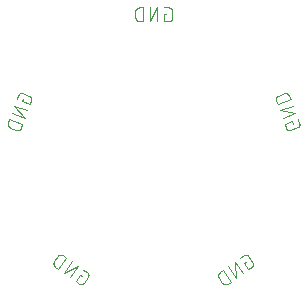
<source format=gbr>
G04 EAGLE Gerber RS-274X export*
G75*
%MOMM*%
%FSLAX34Y34*%
%LPD*%
%INSilkscreen Bottom*%
%IPPOS*%
%AMOC8*
5,1,8,0,0,1.08239X$1,22.5*%
G01*
%ADD10C,0.101600*%


D10*
X357094Y466149D02*
X355146Y466149D01*
X355146Y459658D01*
X359041Y459658D01*
X359140Y459660D01*
X359240Y459666D01*
X359339Y459675D01*
X359437Y459688D01*
X359535Y459705D01*
X359633Y459726D01*
X359729Y459751D01*
X359824Y459779D01*
X359918Y459811D01*
X360011Y459846D01*
X360103Y459885D01*
X360193Y459928D01*
X360281Y459973D01*
X360368Y460023D01*
X360452Y460075D01*
X360535Y460131D01*
X360615Y460189D01*
X360693Y460251D01*
X360768Y460316D01*
X360841Y460384D01*
X360911Y460454D01*
X360979Y460527D01*
X361044Y460602D01*
X361106Y460680D01*
X361164Y460760D01*
X361220Y460843D01*
X361272Y460927D01*
X361322Y461014D01*
X361367Y461102D01*
X361410Y461192D01*
X361449Y461284D01*
X361484Y461377D01*
X361516Y461471D01*
X361544Y461566D01*
X361569Y461662D01*
X361590Y461760D01*
X361607Y461858D01*
X361620Y461956D01*
X361629Y462055D01*
X361635Y462155D01*
X361637Y462254D01*
X361638Y462254D02*
X361638Y468746D01*
X361637Y468746D02*
X361635Y468845D01*
X361629Y468945D01*
X361620Y469044D01*
X361607Y469142D01*
X361590Y469240D01*
X361569Y469338D01*
X361544Y469434D01*
X361516Y469529D01*
X361484Y469623D01*
X361449Y469716D01*
X361410Y469808D01*
X361367Y469898D01*
X361322Y469986D01*
X361272Y470073D01*
X361220Y470157D01*
X361164Y470240D01*
X361106Y470320D01*
X361044Y470398D01*
X360979Y470473D01*
X360911Y470546D01*
X360841Y470616D01*
X360768Y470684D01*
X360693Y470749D01*
X360615Y470811D01*
X360535Y470869D01*
X360452Y470925D01*
X360368Y470977D01*
X360281Y471027D01*
X360193Y471072D01*
X360103Y471115D01*
X360011Y471154D01*
X359918Y471189D01*
X359824Y471221D01*
X359729Y471249D01*
X359633Y471274D01*
X359535Y471295D01*
X359437Y471312D01*
X359339Y471325D01*
X359240Y471334D01*
X359140Y471340D01*
X359041Y471342D01*
X355146Y471342D01*
X349446Y471342D02*
X349446Y459658D01*
X342954Y459658D02*
X349446Y471342D01*
X342954Y471342D02*
X342954Y459658D01*
X337254Y459658D02*
X337254Y471342D01*
X334008Y471342D01*
X333895Y471340D01*
X333782Y471334D01*
X333669Y471324D01*
X333556Y471310D01*
X333444Y471293D01*
X333333Y471271D01*
X333223Y471246D01*
X333113Y471216D01*
X333005Y471183D01*
X332898Y471146D01*
X332792Y471106D01*
X332688Y471061D01*
X332585Y471013D01*
X332484Y470962D01*
X332385Y470907D01*
X332288Y470849D01*
X332193Y470787D01*
X332100Y470722D01*
X332010Y470654D01*
X331922Y470583D01*
X331836Y470508D01*
X331753Y470431D01*
X331673Y470351D01*
X331596Y470268D01*
X331521Y470182D01*
X331450Y470094D01*
X331382Y470004D01*
X331317Y469911D01*
X331255Y469816D01*
X331197Y469719D01*
X331142Y469620D01*
X331091Y469519D01*
X331043Y469416D01*
X330998Y469312D01*
X330958Y469206D01*
X330921Y469099D01*
X330888Y468991D01*
X330858Y468881D01*
X330833Y468771D01*
X330811Y468660D01*
X330794Y468548D01*
X330780Y468435D01*
X330770Y468322D01*
X330764Y468209D01*
X330762Y468096D01*
X330762Y462904D01*
X330764Y462791D01*
X330770Y462678D01*
X330780Y462565D01*
X330794Y462452D01*
X330811Y462340D01*
X330833Y462229D01*
X330858Y462119D01*
X330888Y462009D01*
X330921Y461901D01*
X330958Y461794D01*
X330998Y461688D01*
X331043Y461584D01*
X331091Y461481D01*
X331142Y461380D01*
X331197Y461281D01*
X331255Y461184D01*
X331317Y461089D01*
X331382Y460996D01*
X331450Y460906D01*
X331521Y460818D01*
X331596Y460732D01*
X331673Y460649D01*
X331753Y460569D01*
X331836Y460492D01*
X331922Y460417D01*
X332010Y460346D01*
X332100Y460278D01*
X332193Y460213D01*
X332288Y460151D01*
X332385Y460093D01*
X332484Y460038D01*
X332585Y459987D01*
X332688Y459939D01*
X332792Y459894D01*
X332898Y459854D01*
X333005Y459817D01*
X333113Y459784D01*
X333223Y459754D01*
X333333Y459729D01*
X333444Y459707D01*
X333556Y459690D01*
X333669Y459676D01*
X333782Y459666D01*
X333895Y459660D01*
X334008Y459658D01*
X337254Y459658D01*
X463370Y374915D02*
X464036Y373085D01*
X463370Y374915D02*
X457270Y372695D01*
X458602Y369035D01*
X458603Y369035D02*
X458638Y368942D01*
X458678Y368851D01*
X458720Y368761D01*
X458767Y368673D01*
X458816Y368587D01*
X458869Y368503D01*
X458925Y368420D01*
X458984Y368340D01*
X459046Y368263D01*
X459111Y368188D01*
X459179Y368115D01*
X459250Y368045D01*
X459323Y367978D01*
X459399Y367913D01*
X459477Y367852D01*
X459558Y367793D01*
X459640Y367738D01*
X459725Y367686D01*
X459812Y367637D01*
X459900Y367592D01*
X459990Y367550D01*
X460082Y367511D01*
X460175Y367476D01*
X460269Y367445D01*
X460365Y367417D01*
X460461Y367393D01*
X460559Y367372D01*
X460657Y367356D01*
X460755Y367343D01*
X460854Y367334D01*
X460954Y367329D01*
X461053Y367327D01*
X461153Y367329D01*
X461252Y367335D01*
X461351Y367345D01*
X461449Y367359D01*
X461547Y367377D01*
X461644Y367398D01*
X461741Y367423D01*
X461836Y367451D01*
X461930Y367484D01*
X461930Y367483D02*
X468030Y369703D01*
X468030Y369704D02*
X468123Y369739D01*
X468214Y369779D01*
X468304Y369821D01*
X468392Y369868D01*
X468478Y369917D01*
X468562Y369970D01*
X468645Y370026D01*
X468725Y370085D01*
X468802Y370147D01*
X468877Y370212D01*
X468950Y370280D01*
X469020Y370351D01*
X469087Y370424D01*
X469152Y370500D01*
X469213Y370578D01*
X469272Y370659D01*
X469327Y370741D01*
X469379Y370826D01*
X469428Y370913D01*
X469473Y371001D01*
X469515Y371091D01*
X469554Y371183D01*
X469589Y371276D01*
X469620Y371370D01*
X469648Y371466D01*
X469672Y371562D01*
X469693Y371660D01*
X469709Y371758D01*
X469722Y371856D01*
X469731Y371955D01*
X469736Y372055D01*
X469738Y372154D01*
X469736Y372253D01*
X469730Y372353D01*
X469720Y372452D01*
X469706Y372550D01*
X469688Y372648D01*
X469667Y372745D01*
X469642Y372842D01*
X469614Y372937D01*
X469581Y373031D01*
X469582Y373031D02*
X468250Y376691D01*
X466300Y382048D02*
X455320Y378052D01*
X453100Y384152D02*
X466300Y382048D01*
X464080Y388148D02*
X453100Y384152D01*
X451151Y389509D02*
X462130Y393505D01*
X461020Y396555D01*
X460980Y396661D01*
X460935Y396765D01*
X460887Y396868D01*
X460836Y396969D01*
X460781Y397068D01*
X460723Y397165D01*
X460661Y397260D01*
X460596Y397353D01*
X460528Y397443D01*
X460457Y397531D01*
X460382Y397617D01*
X460305Y397700D01*
X460225Y397780D01*
X460142Y397857D01*
X460056Y397932D01*
X459968Y398003D01*
X459878Y398071D01*
X459785Y398136D01*
X459690Y398198D01*
X459593Y398256D01*
X459494Y398311D01*
X459393Y398362D01*
X459290Y398410D01*
X459186Y398455D01*
X459080Y398495D01*
X458973Y398532D01*
X458865Y398565D01*
X458755Y398595D01*
X458645Y398620D01*
X458534Y398642D01*
X458422Y398659D01*
X458309Y398673D01*
X458196Y398683D01*
X458083Y398689D01*
X457970Y398691D01*
X457857Y398689D01*
X457744Y398683D01*
X457631Y398673D01*
X457518Y398659D01*
X457406Y398642D01*
X457295Y398620D01*
X457185Y398595D01*
X457075Y398565D01*
X456967Y398532D01*
X456860Y398495D01*
X456860Y398494D02*
X451980Y396718D01*
X451980Y396719D02*
X451874Y396679D01*
X451770Y396634D01*
X451667Y396586D01*
X451566Y396535D01*
X451467Y396480D01*
X451370Y396422D01*
X451275Y396360D01*
X451182Y396295D01*
X451092Y396227D01*
X451004Y396156D01*
X450918Y396081D01*
X450835Y396004D01*
X450755Y395924D01*
X450678Y395841D01*
X450603Y395755D01*
X450532Y395667D01*
X450464Y395577D01*
X450399Y395484D01*
X450337Y395389D01*
X450279Y395292D01*
X450224Y395193D01*
X450173Y395092D01*
X450125Y394989D01*
X450080Y394885D01*
X450040Y394779D01*
X450003Y394672D01*
X449970Y394564D01*
X449940Y394454D01*
X449915Y394344D01*
X449893Y394233D01*
X449876Y394121D01*
X449862Y394008D01*
X449852Y393895D01*
X449846Y393782D01*
X449844Y393669D01*
X449846Y393556D01*
X449852Y393443D01*
X449862Y393330D01*
X449876Y393217D01*
X449893Y393105D01*
X449915Y392994D01*
X449940Y392884D01*
X449970Y392774D01*
X450003Y392666D01*
X450040Y392559D01*
X450041Y392559D02*
X451151Y389509D01*
X424089Y255972D02*
X422494Y254855D01*
X426217Y249538D01*
X429408Y251772D01*
X429407Y251772D02*
X429487Y251831D01*
X429565Y251893D01*
X429641Y251957D01*
X429714Y252025D01*
X429785Y252095D01*
X429852Y252168D01*
X429917Y252243D01*
X429979Y252321D01*
X430038Y252401D01*
X430094Y252483D01*
X430147Y252568D01*
X430196Y252654D01*
X430242Y252742D01*
X430285Y252832D01*
X430324Y252923D01*
X430359Y253016D01*
X430391Y253110D01*
X430420Y253206D01*
X430444Y253302D01*
X430465Y253399D01*
X430483Y253497D01*
X430496Y253596D01*
X430506Y253695D01*
X430512Y253794D01*
X430514Y253893D01*
X430512Y253993D01*
X430507Y254092D01*
X430497Y254191D01*
X430484Y254290D01*
X430468Y254388D01*
X430447Y254485D01*
X430423Y254582D01*
X430395Y254677D01*
X430363Y254771D01*
X430328Y254864D01*
X430289Y254956D01*
X430247Y255046D01*
X430201Y255134D01*
X430152Y255221D01*
X430100Y255305D01*
X430045Y255388D01*
X426322Y260705D01*
X426263Y260785D01*
X426201Y260863D01*
X426137Y260939D01*
X426069Y261012D01*
X425999Y261083D01*
X425926Y261150D01*
X425851Y261215D01*
X425773Y261277D01*
X425693Y261336D01*
X425611Y261392D01*
X425526Y261445D01*
X425440Y261494D01*
X425352Y261540D01*
X425262Y261583D01*
X425171Y261622D01*
X425078Y261657D01*
X424984Y261689D01*
X424888Y261718D01*
X424792Y261742D01*
X424695Y261763D01*
X424597Y261781D01*
X424498Y261794D01*
X424399Y261804D01*
X424300Y261810D01*
X424201Y261812D01*
X424101Y261810D01*
X424002Y261805D01*
X423903Y261796D01*
X423804Y261782D01*
X423706Y261766D01*
X423609Y261745D01*
X423512Y261721D01*
X423417Y261693D01*
X423323Y261661D01*
X423230Y261626D01*
X423138Y261587D01*
X423048Y261545D01*
X422960Y261499D01*
X422873Y261450D01*
X422789Y261398D01*
X422706Y261343D01*
X419516Y259109D01*
X414846Y255839D02*
X421547Y246268D01*
X416230Y242545D02*
X414846Y255839D01*
X409529Y252116D02*
X416230Y242545D01*
X411560Y239275D02*
X404859Y248846D01*
X402200Y246984D01*
X402200Y246985D02*
X402109Y246918D01*
X402019Y246849D01*
X401932Y246776D01*
X401848Y246700D01*
X401767Y246621D01*
X401688Y246540D01*
X401612Y246456D01*
X401539Y246369D01*
X401470Y246280D01*
X401403Y246188D01*
X401340Y246094D01*
X401280Y245998D01*
X401223Y245900D01*
X401170Y245800D01*
X401120Y245698D01*
X401074Y245594D01*
X401032Y245489D01*
X400993Y245383D01*
X400958Y245275D01*
X400927Y245166D01*
X400899Y245056D01*
X400876Y244945D01*
X400856Y244834D01*
X400840Y244722D01*
X400828Y244609D01*
X400820Y244496D01*
X400816Y244383D01*
X400816Y244269D01*
X400820Y244156D01*
X400828Y244043D01*
X400840Y243930D01*
X400856Y243818D01*
X400876Y243707D01*
X400899Y243596D01*
X400927Y243486D01*
X400958Y243377D01*
X400993Y243269D01*
X401032Y243163D01*
X401074Y243058D01*
X401120Y242954D01*
X401170Y242852D01*
X401223Y242752D01*
X401280Y242654D01*
X401340Y242558D01*
X401403Y242464D01*
X404382Y238210D01*
X404381Y238210D02*
X404448Y238119D01*
X404517Y238029D01*
X404590Y237942D01*
X404666Y237858D01*
X404745Y237777D01*
X404826Y237698D01*
X404910Y237622D01*
X404997Y237549D01*
X405087Y237480D01*
X405178Y237413D01*
X405272Y237350D01*
X405368Y237290D01*
X405466Y237233D01*
X405566Y237180D01*
X405668Y237130D01*
X405772Y237084D01*
X405877Y237042D01*
X405983Y237003D01*
X406091Y236968D01*
X406200Y236937D01*
X406310Y236909D01*
X406421Y236886D01*
X406532Y236866D01*
X406644Y236850D01*
X406757Y236838D01*
X406870Y236830D01*
X406983Y236826D01*
X407097Y236826D01*
X407210Y236830D01*
X407323Y236838D01*
X407436Y236850D01*
X407548Y236866D01*
X407659Y236886D01*
X407770Y236909D01*
X407880Y236937D01*
X407989Y236968D01*
X408097Y237003D01*
X408203Y237042D01*
X408308Y237084D01*
X408412Y237130D01*
X408514Y237180D01*
X408614Y237233D01*
X408712Y237290D01*
X408808Y237350D01*
X408902Y237413D01*
X411560Y239275D01*
X285396Y243983D02*
X283801Y245100D01*
X280078Y239783D01*
X283268Y237549D01*
X283351Y237494D01*
X283435Y237442D01*
X283522Y237393D01*
X283610Y237347D01*
X283700Y237305D01*
X283792Y237266D01*
X283885Y237231D01*
X283979Y237199D01*
X284074Y237171D01*
X284171Y237147D01*
X284268Y237126D01*
X284366Y237110D01*
X284465Y237096D01*
X284564Y237087D01*
X284663Y237082D01*
X284763Y237080D01*
X284862Y237082D01*
X284961Y237088D01*
X285060Y237098D01*
X285159Y237111D01*
X285257Y237129D01*
X285354Y237150D01*
X285450Y237174D01*
X285546Y237203D01*
X285640Y237235D01*
X285733Y237270D01*
X285824Y237309D01*
X285914Y237352D01*
X286002Y237398D01*
X286088Y237447D01*
X286173Y237500D01*
X286255Y237556D01*
X286335Y237615D01*
X286413Y237677D01*
X286488Y237742D01*
X286561Y237809D01*
X286631Y237880D01*
X286699Y237953D01*
X286763Y238029D01*
X286825Y238107D01*
X286884Y238187D01*
X290607Y243504D01*
X290662Y243587D01*
X290714Y243671D01*
X290763Y243758D01*
X290809Y243846D01*
X290851Y243936D01*
X290890Y244028D01*
X290925Y244121D01*
X290957Y244215D01*
X290985Y244310D01*
X291009Y244407D01*
X291030Y244504D01*
X291046Y244602D01*
X291060Y244701D01*
X291069Y244800D01*
X291074Y244899D01*
X291076Y244999D01*
X291074Y245098D01*
X291068Y245197D01*
X291058Y245296D01*
X291045Y245395D01*
X291027Y245493D01*
X291006Y245590D01*
X290982Y245686D01*
X290953Y245782D01*
X290921Y245876D01*
X290886Y245969D01*
X290847Y246060D01*
X290804Y246150D01*
X290758Y246238D01*
X290709Y246324D01*
X290656Y246409D01*
X290600Y246491D01*
X290541Y246571D01*
X290479Y246649D01*
X290414Y246724D01*
X290347Y246797D01*
X290276Y246867D01*
X290203Y246935D01*
X290127Y246999D01*
X290049Y247061D01*
X289969Y247120D01*
X289970Y247120D02*
X286779Y249354D01*
X282110Y252624D02*
X275408Y243053D01*
X270091Y246776D02*
X282110Y252624D01*
X276792Y256347D02*
X270091Y246776D01*
X265421Y250046D02*
X272122Y259617D01*
X269464Y261478D01*
X269464Y261479D02*
X269370Y261542D01*
X269274Y261602D01*
X269176Y261659D01*
X269076Y261712D01*
X268974Y261762D01*
X268870Y261808D01*
X268765Y261850D01*
X268659Y261889D01*
X268551Y261924D01*
X268442Y261955D01*
X268332Y261983D01*
X268221Y262006D01*
X268110Y262026D01*
X267998Y262042D01*
X267885Y262054D01*
X267772Y262062D01*
X267659Y262066D01*
X267545Y262066D01*
X267432Y262062D01*
X267319Y262054D01*
X267206Y262042D01*
X267094Y262026D01*
X266983Y262006D01*
X266872Y261983D01*
X266762Y261955D01*
X266653Y261924D01*
X266545Y261889D01*
X266439Y261850D01*
X266334Y261808D01*
X266230Y261762D01*
X266128Y261712D01*
X266028Y261659D01*
X265930Y261602D01*
X265834Y261542D01*
X265740Y261479D01*
X265649Y261412D01*
X265559Y261343D01*
X265472Y261270D01*
X265388Y261194D01*
X265307Y261115D01*
X265228Y261034D01*
X265152Y260950D01*
X265079Y260863D01*
X265010Y260774D01*
X264943Y260682D01*
X264944Y260681D02*
X261965Y256428D01*
X261902Y256334D01*
X261842Y256238D01*
X261785Y256140D01*
X261732Y256040D01*
X261682Y255938D01*
X261636Y255834D01*
X261594Y255729D01*
X261555Y255623D01*
X261520Y255515D01*
X261489Y255406D01*
X261461Y255296D01*
X261438Y255185D01*
X261418Y255074D01*
X261402Y254962D01*
X261390Y254849D01*
X261382Y254736D01*
X261378Y254623D01*
X261378Y254509D01*
X261382Y254396D01*
X261390Y254283D01*
X261402Y254170D01*
X261418Y254058D01*
X261438Y253947D01*
X261461Y253836D01*
X261489Y253726D01*
X261520Y253617D01*
X261555Y253509D01*
X261594Y253403D01*
X261636Y253298D01*
X261682Y253194D01*
X261732Y253092D01*
X261785Y252992D01*
X261842Y252894D01*
X261902Y252798D01*
X261965Y252704D01*
X262032Y252612D01*
X262101Y252523D01*
X262174Y252436D01*
X262250Y252352D01*
X262329Y252271D01*
X262410Y252192D01*
X262494Y252116D01*
X262581Y252043D01*
X262671Y251974D01*
X262762Y251907D01*
X265421Y250046D01*
X235150Y391729D02*
X235816Y393559D01*
X235150Y391729D02*
X241250Y389509D01*
X242582Y393169D01*
X242581Y393169D02*
X242614Y393263D01*
X242642Y393358D01*
X242667Y393455D01*
X242688Y393552D01*
X242706Y393650D01*
X242720Y393748D01*
X242730Y393847D01*
X242736Y393947D01*
X242738Y394046D01*
X242736Y394145D01*
X242731Y394245D01*
X242722Y394344D01*
X242709Y394442D01*
X242693Y394540D01*
X242672Y394638D01*
X242648Y394734D01*
X242620Y394830D01*
X242589Y394924D01*
X242554Y395017D01*
X242515Y395109D01*
X242473Y395199D01*
X242428Y395287D01*
X242379Y395374D01*
X242327Y395459D01*
X242272Y395541D01*
X242213Y395622D01*
X242152Y395700D01*
X242087Y395776D01*
X242020Y395849D01*
X241950Y395920D01*
X241877Y395988D01*
X241802Y396053D01*
X241725Y396115D01*
X241645Y396174D01*
X241562Y396230D01*
X241478Y396283D01*
X241392Y396332D01*
X241304Y396379D01*
X241214Y396421D01*
X241123Y396461D01*
X241030Y396496D01*
X234930Y398716D01*
X234930Y398717D02*
X234836Y398750D01*
X234741Y398778D01*
X234644Y398803D01*
X234547Y398824D01*
X234449Y398842D01*
X234351Y398856D01*
X234252Y398866D01*
X234153Y398872D01*
X234053Y398874D01*
X233954Y398872D01*
X233854Y398867D01*
X233755Y398858D01*
X233657Y398845D01*
X233558Y398829D01*
X233461Y398808D01*
X233365Y398784D01*
X233269Y398756D01*
X233175Y398725D01*
X233081Y398690D01*
X232990Y398651D01*
X232900Y398609D01*
X232811Y398564D01*
X232724Y398515D01*
X232640Y398463D01*
X232557Y398408D01*
X232476Y398349D01*
X232398Y398288D01*
X232322Y398223D01*
X232249Y398156D01*
X232179Y398086D01*
X232111Y398013D01*
X232046Y397938D01*
X231983Y397860D01*
X231924Y397780D01*
X231868Y397698D01*
X231815Y397614D01*
X231766Y397527D01*
X231720Y397439D01*
X231677Y397349D01*
X231637Y397258D01*
X231602Y397165D01*
X230270Y393505D01*
X228320Y388148D02*
X239300Y384152D01*
X237080Y378052D02*
X228320Y388148D01*
X226100Y382048D02*
X237080Y378052D01*
X235130Y372695D02*
X224151Y376691D01*
X223041Y373641D01*
X223040Y373641D02*
X223003Y373534D01*
X222970Y373426D01*
X222940Y373316D01*
X222915Y373206D01*
X222893Y373095D01*
X222876Y372983D01*
X222862Y372870D01*
X222852Y372757D01*
X222846Y372644D01*
X222844Y372531D01*
X222846Y372418D01*
X222852Y372305D01*
X222862Y372192D01*
X222876Y372079D01*
X222893Y371967D01*
X222915Y371856D01*
X222940Y371746D01*
X222970Y371636D01*
X223003Y371528D01*
X223040Y371421D01*
X223080Y371315D01*
X223125Y371211D01*
X223173Y371108D01*
X223224Y371007D01*
X223279Y370908D01*
X223337Y370811D01*
X223399Y370716D01*
X223464Y370623D01*
X223532Y370533D01*
X223603Y370445D01*
X223678Y370359D01*
X223755Y370276D01*
X223835Y370196D01*
X223918Y370119D01*
X224004Y370044D01*
X224092Y369973D01*
X224182Y369905D01*
X224275Y369840D01*
X224370Y369778D01*
X224467Y369720D01*
X224566Y369665D01*
X224667Y369614D01*
X224770Y369566D01*
X224874Y369521D01*
X224980Y369481D01*
X229860Y367705D01*
X229860Y367706D02*
X229967Y367669D01*
X230076Y367636D01*
X230185Y367606D01*
X230295Y367581D01*
X230407Y367559D01*
X230518Y367542D01*
X230631Y367528D01*
X230744Y367518D01*
X230857Y367512D01*
X230970Y367510D01*
X231083Y367512D01*
X231196Y367518D01*
X231309Y367528D01*
X231422Y367542D01*
X231534Y367559D01*
X231645Y367581D01*
X231755Y367606D01*
X231864Y367636D01*
X231973Y367669D01*
X232080Y367706D01*
X232186Y367746D01*
X232290Y367791D01*
X232393Y367838D01*
X232493Y367890D01*
X232593Y367945D01*
X232690Y368003D01*
X232785Y368065D01*
X232877Y368130D01*
X232968Y368198D01*
X233056Y368269D01*
X233141Y368344D01*
X233224Y368421D01*
X233304Y368501D01*
X233382Y368584D01*
X233456Y368669D01*
X233527Y368757D01*
X233595Y368848D01*
X233660Y368940D01*
X233722Y369035D01*
X233780Y369133D01*
X233835Y369232D01*
X233887Y369333D01*
X233934Y369435D01*
X233979Y369539D01*
X234019Y369645D01*
X234020Y369645D02*
X235130Y372695D01*
M02*

</source>
